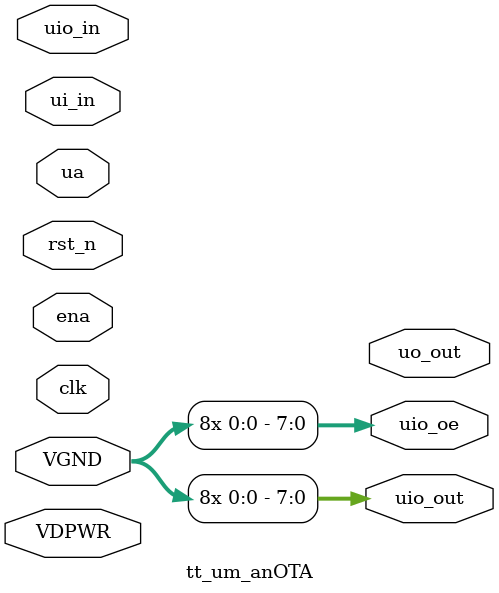
<source format=v>
/*
 * Copyright (c) 2024 Your Name
 * SPDX-License-Identifier: Apache-2.0
 */

`default_nettype none

module tt_um_anOTA (
    input  wire       VGND,
    input  wire       VDPWR,    // 1.8v power supply
    //input  wire       VAPWR,    // 3.3v power supply  (Remove if not used)
    input  wire [7:0] ui_in,    // Dedicated inputs
    output wire [7:0] uo_out,   // Dedicated outputs
    input  wire [7:0] uio_in,   // IOs: Input path
    output wire [7:0] uio_out,  // IOs: Output path
    output wire [7:0] uio_oe,   // IOs: Enable path (active high: 0=input, 1=output)
    inout  wire [7:0] ua,       // Analog pins, only ua[5:0] can be used
    input  wire       ena,      // always 1 when the design is powered, so you can ignore it
    input  wire       clk,      // clock
    input  wire       rst_n     // reset_n - low to reset
);


	assign uio_out[0] = VGND;
    assign uio_out[1] = VGND;
    assign uio_out[2] = VGND;
    assign uio_out[3] = VGND;
    assign uio_out[4] = VGND;
    assign uio_out[5] = VGND;
    assign uio_out[6] = VGND;
    assign uio_out[7] = VGND;

    assign uio_oe[0] = VGND;
    assign uio_oe[1] = VGND;
    assign uio_oe[2] = VGND;
    assign uio_oe[3] = VGND;
    assign uio_oe[4] = VGND;
    assign uio_oe[5] = VGND;
    assign uio_oe[6] = VGND;
    assign uio_oe[7] = VGND;

endmodule

</source>
